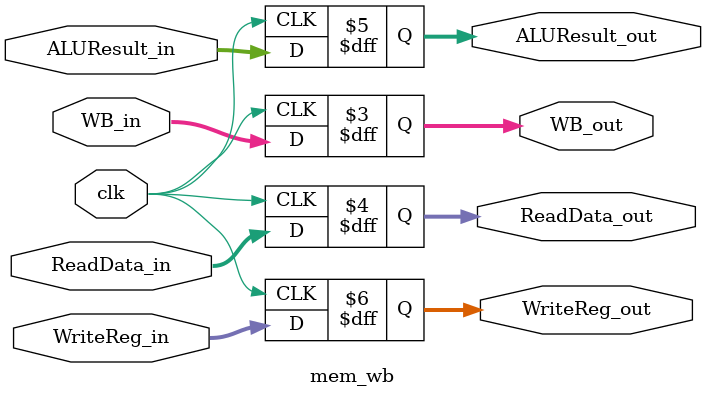
<source format=v>
`timescale 1ns / 1ps
/*
MEM/WB latch:
Holds WB control, memory read data, ALU result, and destination register.
*/
module mem_wb(
    input  wire        clk,
    input  wire [1:0]  WB_in,
    input  wire [31:0] ReadData_in,
    input  wire [31:0] ALUResult_in,
    input  wire [4:0]  WriteReg_in,

    output reg  [1:0]  WB_out,
    output reg  [31:0] ReadData_out,
    output reg  [31:0] ALUResult_out,
    output reg  [4:0]  WriteReg_out
);
    initial begin
        WB_out        = 2'd0;
        ReadData_out  = 32'd0;
        ALUResult_out = 32'd0;
        WriteReg_out  = 5'd0;
    end

    always @(posedge clk) begin
        WB_out        <= WB_in;
        ReadData_out  <= ReadData_in;
        ALUResult_out <= ALUResult_in;
        WriteReg_out  <= WriteReg_in;
    end
endmodule

</source>
